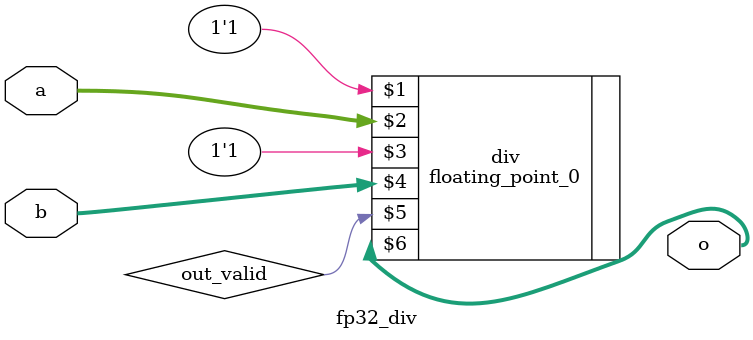
<source format=v>
module fp32_div (
    input wire [31:0] a, // FP32 input (numerator)
    input wire [31:0] b, // FP32 input (denominator)
    output wire [31:0] o // FP32 output (result)
);


wire out_valid;
			

floating_point_0 div(
  1'b1,
  a,
  1'b1,
 b,
  out_valid,
  o
);
endmodule
</source>
